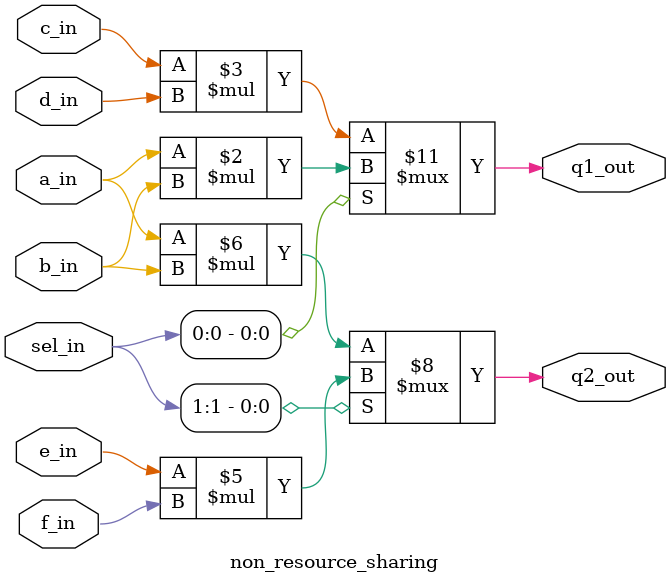
<source format=sv>
`timescale 1ns / 1ps


module non_resource_sharing(
    output logic q1_out,
    output logic q2_out,
    input wire a_in,
    input wire b_in,
    input wire c_in,
    input wire d_in,
    input wire e_in,
    input wire f_in,
    input wire [1:0] sel_in
    );

    always_comb begin : multiplier_0
        if(sel_in[0]) q1_out= a_in*b_in;
        else q1_out= c_in*d_in;

    end

    always_comb begin : multiplier_1
        if(sel_in[1]) q2_out= e_in*f_in;
        else q2_out= a_in*b_in;
    end
endmodule

</source>
